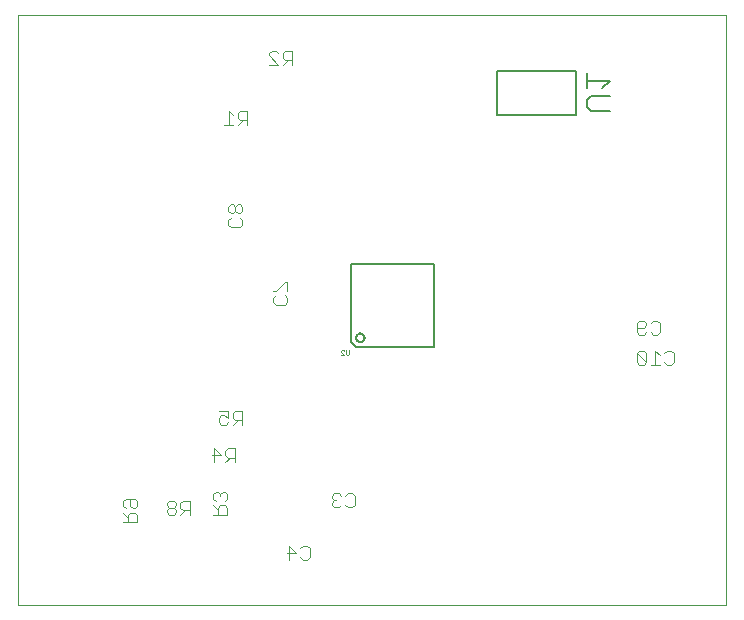
<source format=gbo>
G75*
%MOIN*%
%OFA0B0*%
%FSLAX25Y25*%
%IPPOS*%
%LPD*%
%AMOC8*
5,1,8,0,0,1.08239X$1,22.5*
%
%ADD10C,0.00000*%
%ADD11C,0.00600*%
%ADD12C,0.00800*%
%ADD13C,0.00400*%
%ADD14C,0.00100*%
D10*
X0001000Y0029795D02*
X0001000Y0226645D01*
X0237220Y0226645D01*
X0237220Y0029795D01*
X0001000Y0029795D01*
D11*
X0112201Y0117393D02*
X0113598Y0115996D01*
X0139799Y0115996D01*
X0139799Y0143594D01*
X0112201Y0143594D01*
X0112201Y0117393D01*
X0113786Y0118995D02*
X0113788Y0119070D01*
X0113794Y0119144D01*
X0113804Y0119218D01*
X0113817Y0119291D01*
X0113835Y0119364D01*
X0113856Y0119435D01*
X0113881Y0119506D01*
X0113910Y0119575D01*
X0113943Y0119642D01*
X0113979Y0119707D01*
X0114018Y0119771D01*
X0114060Y0119832D01*
X0114106Y0119891D01*
X0114155Y0119948D01*
X0114207Y0120001D01*
X0114261Y0120052D01*
X0114318Y0120101D01*
X0114378Y0120145D01*
X0114440Y0120187D01*
X0114504Y0120226D01*
X0114570Y0120261D01*
X0114637Y0120292D01*
X0114707Y0120320D01*
X0114777Y0120344D01*
X0114849Y0120365D01*
X0114922Y0120381D01*
X0114995Y0120394D01*
X0115070Y0120403D01*
X0115144Y0120408D01*
X0115219Y0120409D01*
X0115293Y0120406D01*
X0115368Y0120399D01*
X0115441Y0120388D01*
X0115515Y0120374D01*
X0115587Y0120355D01*
X0115658Y0120333D01*
X0115728Y0120307D01*
X0115797Y0120277D01*
X0115863Y0120244D01*
X0115928Y0120207D01*
X0115991Y0120167D01*
X0116052Y0120123D01*
X0116110Y0120077D01*
X0116166Y0120027D01*
X0116219Y0119975D01*
X0116270Y0119920D01*
X0116317Y0119862D01*
X0116361Y0119802D01*
X0116402Y0119739D01*
X0116440Y0119675D01*
X0116474Y0119609D01*
X0116505Y0119540D01*
X0116532Y0119471D01*
X0116555Y0119400D01*
X0116574Y0119328D01*
X0116590Y0119255D01*
X0116602Y0119181D01*
X0116610Y0119107D01*
X0116614Y0119032D01*
X0116614Y0118958D01*
X0116610Y0118883D01*
X0116602Y0118809D01*
X0116590Y0118735D01*
X0116574Y0118662D01*
X0116555Y0118590D01*
X0116532Y0118519D01*
X0116505Y0118450D01*
X0116474Y0118381D01*
X0116440Y0118315D01*
X0116402Y0118251D01*
X0116361Y0118188D01*
X0116317Y0118128D01*
X0116270Y0118070D01*
X0116219Y0118015D01*
X0116166Y0117963D01*
X0116110Y0117913D01*
X0116052Y0117867D01*
X0115991Y0117823D01*
X0115928Y0117783D01*
X0115863Y0117746D01*
X0115797Y0117713D01*
X0115728Y0117683D01*
X0115658Y0117657D01*
X0115587Y0117635D01*
X0115515Y0117616D01*
X0115441Y0117602D01*
X0115368Y0117591D01*
X0115293Y0117584D01*
X0115219Y0117581D01*
X0115144Y0117582D01*
X0115070Y0117587D01*
X0114995Y0117596D01*
X0114922Y0117609D01*
X0114849Y0117625D01*
X0114777Y0117646D01*
X0114707Y0117670D01*
X0114637Y0117698D01*
X0114570Y0117729D01*
X0114504Y0117764D01*
X0114440Y0117803D01*
X0114378Y0117845D01*
X0114318Y0117889D01*
X0114261Y0117938D01*
X0114207Y0117989D01*
X0114155Y0118042D01*
X0114106Y0118099D01*
X0114060Y0118158D01*
X0114018Y0118219D01*
X0113979Y0118283D01*
X0113943Y0118348D01*
X0113910Y0118415D01*
X0113881Y0118484D01*
X0113856Y0118555D01*
X0113835Y0118626D01*
X0113817Y0118699D01*
X0113804Y0118772D01*
X0113794Y0118846D01*
X0113788Y0118920D01*
X0113786Y0118995D01*
X0160793Y0193296D02*
X0187193Y0193296D01*
X0187193Y0207896D01*
X0160793Y0207896D01*
X0160793Y0193296D01*
D12*
X0190893Y0195830D02*
X0192127Y0194596D01*
X0198299Y0194596D01*
X0198299Y0199534D02*
X0192127Y0199534D01*
X0190893Y0198299D01*
X0190893Y0195830D01*
X0190893Y0202146D02*
X0190893Y0207084D01*
X0190893Y0204615D02*
X0198299Y0204615D01*
X0195831Y0202146D01*
D13*
X0208102Y0124599D02*
X0209637Y0124599D01*
X0210404Y0123832D01*
X0210404Y0123064D01*
X0209637Y0122297D01*
X0207335Y0122297D01*
X0207335Y0120762D02*
X0207335Y0123832D01*
X0208102Y0124599D01*
X0211939Y0123832D02*
X0212706Y0124599D01*
X0214241Y0124599D01*
X0215008Y0123832D01*
X0215008Y0120762D01*
X0214241Y0119995D01*
X0212706Y0119995D01*
X0211939Y0120762D01*
X0210404Y0120762D02*
X0209637Y0119995D01*
X0208102Y0119995D01*
X0207335Y0120762D01*
X0208102Y0114599D02*
X0207335Y0113832D01*
X0210404Y0110762D01*
X0209637Y0109995D01*
X0208102Y0109995D01*
X0207335Y0110762D01*
X0207335Y0113832D01*
X0208102Y0114599D02*
X0209637Y0114599D01*
X0210404Y0113832D01*
X0210404Y0110762D01*
X0211939Y0109995D02*
X0215008Y0109995D01*
X0213473Y0109995D02*
X0213473Y0114599D01*
X0215008Y0113064D01*
X0216543Y0113832D02*
X0217310Y0114599D01*
X0218844Y0114599D01*
X0219612Y0113832D01*
X0219612Y0110762D01*
X0218844Y0109995D01*
X0217310Y0109995D01*
X0216543Y0110762D01*
X0113300Y0066332D02*
X0113300Y0063262D01*
X0112533Y0062495D01*
X0110998Y0062495D01*
X0110231Y0063262D01*
X0108696Y0063262D02*
X0107929Y0062495D01*
X0106394Y0062495D01*
X0105627Y0063262D01*
X0105627Y0064030D01*
X0106394Y0064797D01*
X0107161Y0064797D01*
X0106394Y0064797D02*
X0105627Y0065564D01*
X0105627Y0066332D01*
X0106394Y0067099D01*
X0107929Y0067099D01*
X0108696Y0066332D01*
X0110231Y0066332D02*
X0110998Y0067099D01*
X0112533Y0067099D01*
X0113300Y0066332D01*
X0097533Y0049599D02*
X0098300Y0048832D01*
X0098300Y0045762D01*
X0097533Y0044995D01*
X0095998Y0044995D01*
X0095231Y0045762D01*
X0093696Y0047297D02*
X0090627Y0047297D01*
X0091394Y0049599D02*
X0093696Y0047297D01*
X0095231Y0048832D02*
X0095998Y0049599D01*
X0097533Y0049599D01*
X0091394Y0049599D02*
X0091394Y0044995D01*
X0070804Y0059995D02*
X0070804Y0062297D01*
X0070037Y0063064D01*
X0068502Y0063064D01*
X0067735Y0062297D01*
X0067735Y0059995D01*
X0067735Y0061530D02*
X0066200Y0063064D01*
X0066967Y0064599D02*
X0066200Y0065366D01*
X0066200Y0066901D01*
X0066967Y0067668D01*
X0067735Y0067668D01*
X0068502Y0066901D01*
X0068502Y0066134D01*
X0068502Y0066901D02*
X0069269Y0067668D01*
X0070037Y0067668D01*
X0070804Y0066901D01*
X0070804Y0065366D01*
X0070037Y0064599D01*
X0070804Y0059995D02*
X0066200Y0059995D01*
X0058300Y0059995D02*
X0058300Y0064599D01*
X0055998Y0064599D01*
X0055231Y0063832D01*
X0055231Y0062297D01*
X0055998Y0061530D01*
X0058300Y0061530D01*
X0056765Y0061530D02*
X0055231Y0059995D01*
X0053696Y0060762D02*
X0053696Y0061530D01*
X0052929Y0062297D01*
X0051394Y0062297D01*
X0050627Y0061530D01*
X0050627Y0060762D01*
X0051394Y0059995D01*
X0052929Y0059995D01*
X0053696Y0060762D01*
X0052929Y0062297D02*
X0053696Y0063064D01*
X0053696Y0063832D01*
X0052929Y0064599D01*
X0051394Y0064599D01*
X0050627Y0063832D01*
X0050627Y0063064D01*
X0051394Y0062297D01*
X0040804Y0062866D02*
X0040037Y0062099D01*
X0039269Y0062099D01*
X0038502Y0062866D01*
X0038502Y0065168D01*
X0040037Y0065168D02*
X0040804Y0064401D01*
X0040804Y0062866D01*
X0040037Y0060564D02*
X0038502Y0060564D01*
X0037735Y0059797D01*
X0037735Y0057495D01*
X0037735Y0059030D02*
X0036200Y0060564D01*
X0036967Y0062099D02*
X0036200Y0062866D01*
X0036200Y0064401D01*
X0036967Y0065168D01*
X0040037Y0065168D01*
X0040037Y0060564D02*
X0040804Y0059797D01*
X0040804Y0057495D01*
X0036200Y0057495D01*
X0066394Y0077495D02*
X0066394Y0082099D01*
X0068696Y0079797D01*
X0065627Y0079797D01*
X0070231Y0079797D02*
X0070998Y0079030D01*
X0073300Y0079030D01*
X0071765Y0079030D02*
X0070231Y0077495D01*
X0070231Y0079797D02*
X0070231Y0081332D01*
X0070998Y0082099D01*
X0073300Y0082099D01*
X0073300Y0077495D01*
X0072731Y0089995D02*
X0074265Y0091530D01*
X0073498Y0091530D02*
X0075800Y0091530D01*
X0075800Y0089995D02*
X0075800Y0094599D01*
X0073498Y0094599D01*
X0072731Y0093832D01*
X0072731Y0092297D01*
X0073498Y0091530D01*
X0071196Y0092297D02*
X0071196Y0094599D01*
X0068127Y0094599D01*
X0068894Y0093064D02*
X0068127Y0092297D01*
X0068127Y0090762D01*
X0068894Y0089995D01*
X0070429Y0089995D01*
X0071196Y0090762D01*
X0071196Y0092297D02*
X0069661Y0093064D01*
X0068894Y0093064D01*
X0086967Y0129995D02*
X0086200Y0130762D01*
X0086200Y0132297D01*
X0086967Y0133064D01*
X0086967Y0134599D02*
X0086200Y0134599D01*
X0086967Y0134599D02*
X0090037Y0137668D01*
X0090804Y0137668D01*
X0090804Y0134599D01*
X0090037Y0133064D02*
X0090804Y0132297D01*
X0090804Y0130762D01*
X0090037Y0129995D01*
X0086967Y0129995D01*
X0075037Y0155787D02*
X0071967Y0155787D01*
X0071200Y0156554D01*
X0071200Y0158089D01*
X0071967Y0158856D01*
X0071967Y0160391D02*
X0071200Y0161158D01*
X0071200Y0162693D01*
X0071967Y0163460D01*
X0072735Y0163460D01*
X0073502Y0162693D01*
X0073502Y0161158D01*
X0074269Y0160391D01*
X0075037Y0160391D01*
X0075804Y0161158D01*
X0075804Y0162693D01*
X0075037Y0163460D01*
X0074269Y0163460D01*
X0073502Y0162693D01*
X0073502Y0161158D02*
X0072735Y0160391D01*
X0071967Y0160391D01*
X0075037Y0158856D02*
X0075804Y0158089D01*
X0075804Y0156554D01*
X0075037Y0155787D01*
X0074439Y0189995D02*
X0075973Y0191530D01*
X0075206Y0191530D02*
X0077508Y0191530D01*
X0077508Y0189995D02*
X0077508Y0194599D01*
X0075206Y0194599D01*
X0074439Y0193832D01*
X0074439Y0192297D01*
X0075206Y0191530D01*
X0072904Y0193064D02*
X0071369Y0194599D01*
X0071369Y0189995D01*
X0069835Y0189995D02*
X0072904Y0189995D01*
X0084835Y0209995D02*
X0087904Y0209995D01*
X0084835Y0213064D01*
X0084835Y0213832D01*
X0085602Y0214599D01*
X0087137Y0214599D01*
X0087904Y0213832D01*
X0089439Y0213832D02*
X0089439Y0212297D01*
X0090206Y0211530D01*
X0092508Y0211530D01*
X0090973Y0211530D02*
X0089439Y0209995D01*
X0092508Y0209995D02*
X0092508Y0214599D01*
X0090206Y0214599D01*
X0089439Y0213832D01*
D14*
X0109173Y0114746D02*
X0109673Y0114746D01*
X0109923Y0114496D01*
X0110396Y0114746D02*
X0110396Y0113495D01*
X0110646Y0113245D01*
X0111146Y0113245D01*
X0111397Y0113495D01*
X0111397Y0114746D01*
X0109923Y0113245D02*
X0108922Y0114246D01*
X0108922Y0114496D01*
X0109173Y0114746D01*
X0108922Y0113245D02*
X0109923Y0113245D01*
M02*

</source>
